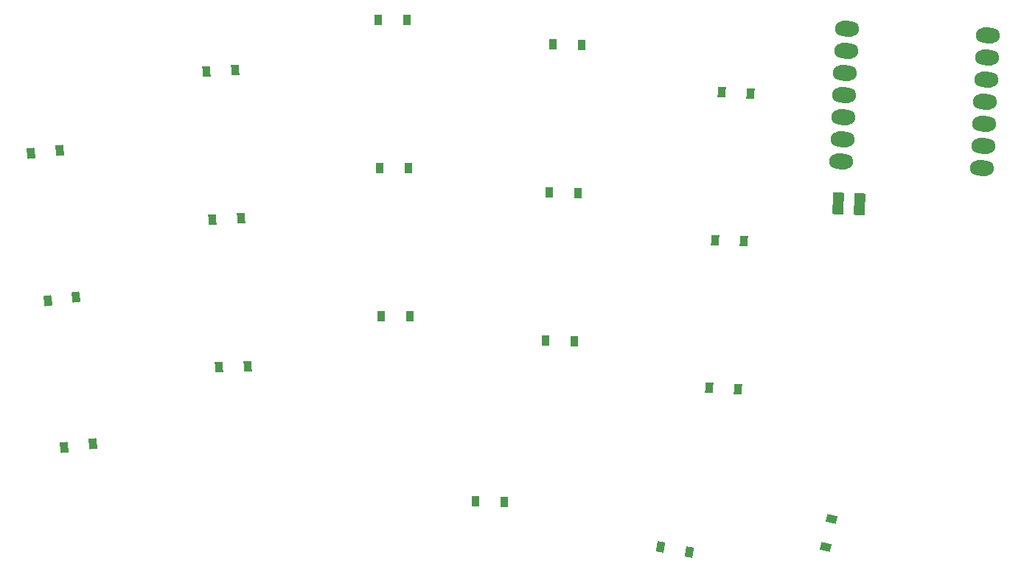
<source format=gbr>
%TF.GenerationSoftware,KiCad,Pcbnew,7.0.8*%
%TF.CreationDate,2023-11-06T14:18:33+01:00*%
%TF.ProjectId,goose_choc_routing,676f6f73-655f-4636-986f-635f726f7574,v1.0.0*%
%TF.SameCoordinates,Original*%
%TF.FileFunction,Paste,Top*%
%TF.FilePolarity,Positive*%
%FSLAX46Y46*%
G04 Gerber Fmt 4.6, Leading zero omitted, Abs format (unit mm)*
G04 Created by KiCad (PCBNEW 7.0.8) date 2023-11-06 14:18:33*
%MOMM*%
%LPD*%
G01*
G04 APERTURE LIST*
G04 Aperture macros list*
%AMHorizOval*
0 Thick line with rounded ends*
0 $1 width*
0 $2 $3 position (X,Y) of the first rounded end (center of the circle)*
0 $4 $5 position (X,Y) of the second rounded end (center of the circle)*
0 Add line between two ends*
20,1,$1,$2,$3,$4,$5,0*
0 Add two circle primitives to create the rounded ends*
1,1,$1,$2,$3*
1,1,$1,$4,$5*%
%AMRotRect*
0 Rectangle, with rotation*
0 The origin of the aperture is its center*
0 $1 length*
0 $2 width*
0 $3 Rotation angle, in degrees counterclockwise*
0 Add horizontal line*
21,1,$1,$2,0,0,$3*%
G04 Aperture macros list end*
%ADD10RotRect,0.900000X1.200000X177.500000*%
%ADD11RotRect,0.900000X1.200000X178.500000*%
%ADD12RotRect,0.900000X1.200000X182.500000*%
%ADD13RotRect,0.900000X1.200000X186.500000*%
%ADD14RotRect,0.900000X1.200000X170.500000*%
%ADD15RotRect,0.900000X1.200000X77.500000*%
%ADD16RotRect,0.900000X1.200000X180.500000*%
%ADD17RotRect,0.900000X1.200000X187.500000*%
%ADD18RotRect,1.250000X2.500000X357.500000*%
%ADD19HorizOval,1.800000X0.474548X-0.020719X-0.474548X0.020719X0*%
%ADD20HorizOval,1.800000X-0.474548X0.020719X0.474548X-0.020719X0*%
G04 APERTURE END LIST*
D10*
%TO.C,Di31*%
X253833527Y-148363484D03*
X250536667Y-148219540D03*
%TD*%
D11*
%TO.C,Di30*%
X235940439Y-108853446D03*
X232641569Y-108767062D03*
%TD*%
D12*
%TO.C,Di22*%
X197574223Y-145713817D03*
X194277363Y-145857761D03*
%TD*%
D13*
%TO.C,Di19*%
X179792865Y-154680222D03*
X176514077Y-155053792D03*
%TD*%
D11*
%TO.C,Di34*%
X227011304Y-161312659D03*
X223712434Y-161226275D03*
%TD*%
D10*
%TO.C,Di33*%
X255316600Y-114395848D03*
X252019740Y-114251904D03*
%TD*%
%TO.C,Di32*%
X254575071Y-131379658D03*
X251278211Y-131235714D03*
%TD*%
D14*
%TO.C,Di35*%
X248237954Y-167054488D03*
X244983212Y-166509830D03*
%TD*%
D15*
%TO.C,Di36*%
X263907558Y-166457318D03*
X264621808Y-163235542D03*
%TD*%
D12*
%TO.C,Di23*%
X196832704Y-128730003D03*
X193535844Y-128873947D03*
%TD*%
D13*
%TO.C,Di21*%
X175943968Y-120898784D03*
X172665180Y-121272354D03*
%TD*%
D12*
%TO.C,Di24*%
X196091169Y-111746179D03*
X192794309Y-111890123D03*
%TD*%
D16*
%TO.C,Di26*%
X216034176Y-122952151D03*
X212734302Y-122980949D03*
%TD*%
D11*
%TO.C,Di28*%
X235050429Y-142841790D03*
X231751559Y-142755406D03*
%TD*%
D16*
%TO.C,Di25*%
X216182536Y-139951488D03*
X212882662Y-139980286D03*
%TD*%
D11*
%TO.C,Di29*%
X235495432Y-125847628D03*
X232196562Y-125761244D03*
%TD*%
D16*
%TO.C,Di27*%
X215885827Y-105952789D03*
X212585953Y-105981587D03*
%TD*%
D17*
%TO.C,Di20*%
X177864913Y-137760924D03*
X174593145Y-138191660D03*
%TD*%
D18*
%TO.C,PAD1*%
X265374349Y-127046601D03*
X267871969Y-127155649D03*
%TD*%
D19*
%TO.C,MCU1*%
X266404644Y-107002461D03*
X266293851Y-109540043D03*
X266183058Y-112077626D03*
X266072265Y-114615208D03*
X265961471Y-117152791D03*
X265850678Y-119690373D03*
X265739885Y-122227956D03*
D20*
X281914476Y-122934153D03*
X282025269Y-120396571D03*
X282136062Y-117858988D03*
X282246855Y-115321406D03*
X282357649Y-112783823D03*
X282468442Y-110246241D03*
X282579235Y-107708658D03*
%TD*%
M02*

</source>
